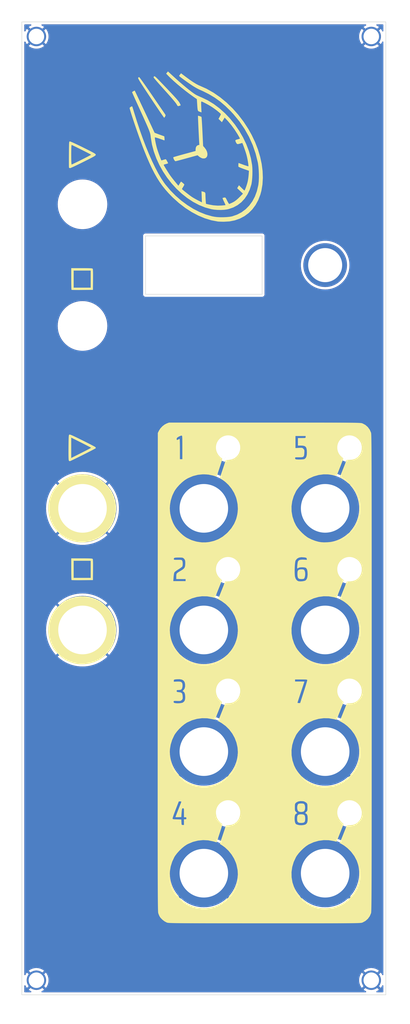
<source format=kicad_pcb>
(kicad_pcb (version 20211014) (generator pcbnew)
  (layers (0 "F.Cu" signal) (31 "B.Cu" signal) (34 "B.Paste" user) (35 "F.Paste" user) (36 "B.SilkS" user "B.Silkscreen") (37 "F.SilkS" user "F.Silkscreen") (38 "B.Mask" user) (39 "F.Mask" user) (44 "Edge.Cuts" user))
  (net 0 "")
  (net 1 "GND")
  (footprint "Kosmo_panel:Kosmo_LED_Hole" (layer "F.Cu") (at 467.5 162.5)
    (fp_text reference "H8" hide)
    (fp_text value "Led_Hole" hide)
    (pad "" np_thru_hole circle (at 0 0) (size 5 5) (drill 5) (layers F&B.Cu *.Mask))
  )
  (footprint "Kosmo_panel:Kosmo_LED_Hole" (layer "F.Cu") (at 442.5 87.5)
    (fp_text reference "H15" hide)
    (fp_text value "Led_Hole" hide)
    (pad "" np_thru_hole circle (at 0 0) (size 5 5) (drill 5) (layers F&B.Cu *.Mask))
  )
  (footprint "Kosmo_panel:Kosmo_Panel_Mounting_Hole" (layer "F.Cu") (at 403 197)
    (fp_text reference "H1" hide)
    (fp_text value "Mounting_Hole" hide)
    (pad "1" thru_hole circle (at 0 0) (size 4 4) (drill 3.2) (layers *.Cu *.Mask) (net 1 "GND"))
  )
  (footprint "Kosmo_panel:Kosmo_Jack_Hole" (layer "F.Cu") (at 462.5 100)
    (fp_text reference "H11" hide)
    (fp_text value "Jack_Hole" hide)
    (pad "1" thru_hole circle (at 0 0) (size 14 14) (drill 10) (layers *.Cu *.Mask) (net 1 "GND"))
  )
  (footprint "Kosmo_panel:Kosmo_LED_Hole" (layer "F.Cu") (at 442.5 162.5)
    (fp_text reference "H22" hide)
    (fp_text value "Led_Hole" hide)
    (pad "" np_thru_hole circle (at 0 0) (size 5 5) (drill 5) (layers F&B.Cu *.Mask))
  )
  (footprint "Kosmo_panel:Kosmo_Panel_Mounting_Hole" (layer "F.Cu") (at 403 3)
    (fp_text reference "H2" hide)
    (fp_text value "Mounting_Hole" hide)
    (pad "1" thru_hole circle (at 0 0) (size 4 4) (drill 3.2) (layers *.Cu *.Mask) (net 1 "GND"))
  )
  (footprint "Kosmo_panel:Kosmo_Jack_Hole" (layer "F.Cu") (at 462.5 125)
    (fp_text reference "H3" hide)
    (fp_text value "Jack_Hole" hide)
    (pad "1" thru_hole circle (at 0 0) (size 14 14) (drill 10) (layers *.Cu *.Mask) (net 1 "GND"))
  )
  (footprint "Kosmo_panel:Kosmo_LED_Hole" (layer "F.Cu") (at 442.5 112.5)
    (fp_text reference "H9" hide)
    (fp_text value "Led_Hole" hide)
    (pad "" np_thru_hole circle (at 0 0) (size 5 5) (drill 5) (layers F&B.Cu *.Mask))
  )
  (footprint "Kosmo_panel:Kosmo_Illum_Switch" (layer "F.Cu") (at 412.5 37.5)
    (fp_text reference "H27" (at 0.254 -1.778 unlocked) (layer "F.SilkS"))
    (fp_text value "Push_Button_Hole")
    (pad "" np_thru_hole circle (at 0 0) (size 9.2 9.2) (drill 9.2) (layers F&B.Cu *.Mask))
  )
  (footprint "Kosmo_panel:Kosmo_LED_Hole" (layer "F.Cu") (at 467.5 137.5)
    (fp_text reference "H10" hide)
    (fp_text value "Led_Hole" hide)
    (pad "" np_thru_hole circle (at 0 0) (size 5 5) (drill 5) (layers F&B.Cu *.Mask))
  )
  (footprint "Kosmo_panel:Kosmo_LED_Hole" (layer "F.Cu") (at 467.5 87.5)
    (fp_text reference "H21" hide)
    (fp_text value "Led_Hole" hide)
    (pad "" np_thru_hole circle (at 0 0) (size 5 5) (drill 5) (layers F&B.Cu *.Mask))
  )
  (footprint "Kosmo_panel:Kosmo_Jack_Hole" (layer "F.Cu") (at 437.5 100)
    (fp_text reference "H13" hide)
    (fp_text value "Jack_Hole" hide)
    (pad "1" thru_hole circle (at 0 0) (size 14 14) (drill 10) (layers *.Cu *.Mask) (net 1 "GND"))
  )
  (footprint "Kosmo_panel:Kosmo_Panel_Mounting_Hole" (layer "F.Cu") (at 472 197)
    (fp_text reference "H20" hide)
    (fp_text value "Mounting_Hole" hide)
    (pad "1" thru_hole circle (at 0 0) (size 4 4) (drill 3.2) (layers *.Cu *.Mask) (net 1 "GND"))
  )
  (footprint "Kosmo_panel:Kosmo_Jack_Hole" (layer "F.Cu") (at 437.5 125)
    (fp_text reference "H12" hide)
    (fp_text value "Jack_Hole" hide)
    (pad "1" thru_hole circle (at 0 0) (size 14 14) (drill 10) (layers *.Cu *.Mask) (net 1 "GND"))
  )
  (footprint "Kosmo_panel:Kosmo_Panel_Mounting_Hole" (layer "F.Cu") (at 472 3)
    (fp_text reference "H19" hide)
    (fp_text value "Mounting_Hole" hide)
    (pad "1" thru_hole circle (at 0 0) (size 4 4) (drill 3.2) (layers *.Cu *.Mask) (net 1 "GND"))
  )
  (footprint "Kosmo_panel:Kosmo_Jack_Hole" (layer "F.Cu") (at 462.5 175)
    (fp_text reference "H5" hide)
    (fp_text value "Jack_Hole" hide)
    (pad "1" thru_hole circle (at 0 0) (size 14 14) (drill 10) (layers *.Cu *.Mask) (net 1 "GND"))
  )
  (footprint "PanelGraphics:Tin" (layer "F.Cu") (at 437.5 100)
    (fp_text reference "REF**" hide)
    (fp_text value "Tin")
  )
  (footprint "Kosmo_panel:Kosmo_Illum_Switch" (layer "F.Cu") (at 412.5 62.5)
    (fp_text reference "H23" (at 0.254 -1.778 unlocked) (layer "F.SilkS"))
    (fp_text value "Push_Button_Hole")
    (pad "" np_thru_hole circle (at 0 0) (size 9.2 9.2) (drill 9.2) (layers F&B.Cu *.Mask))
  )
  (footprint "Kosmo_panel:Kosmo_LED_Hole" (layer "F.Cu") (at 442.5 137.5)
    (fp_text reference "H14" hide)
    (fp_text value "Led_Hole" hide)
    (pad "" np_thru_hole circle (at 0 0) (size 5 5) (drill 5) (layers F&B.Cu *.Mask))
  )
  (footprint "Kosmo_panel:Kosmo_Jack_Hole" (layer "F.Cu") (at 462.5 150)
    (fp_text reference "H7" hide)
    (fp_text value "Jack_Hole" hide)
    (pad "1" thru_hole circle (at 0 0) (size 14 14) (drill 10) (layers *.Cu *.Mask) (net 1 "GND"))
  )
  (footprint "PanelGraphics:Silkscreen" (layer "F.Cu") (at 437.5 100)
    (fp_text reference "REF**" hide)
    (fp_text value "Silkscreen")
  )
  (footprint "Kosmo_panel:Kosmo_Jack_Hole" (layer "F.Cu") (at 412.5 100)
    (fp_text reference "H16" hide)
    (fp_text value "Jack_Hole" hide)
    (pad "1" thru_hole circle (at 0 0) (size 14 14) (drill 10) (layers *.Cu *.Mask) (net 1 "GND"))
  )
  (footprint "Kosmo_panel:Kosmo_Jack_Hole" (layer "F.Cu") (at 437.5 175)
    (fp_text reference "H4" hide)
    (fp_text value "Jack_Hole" hide)
    (pad "1" thru_hole circle (at 0 0) (size 14 14) (drill 10) (layers *.Cu *.Mask) (net 1 "GND"))
  )
  (footprint "Kosmo_panel:Kosmo_Jack_Hole" (layer "F.Cu") (at 437.5 150)
    (fp_text reference "H6" hide)
    (fp_text value "Jack_Hole" hide)
    (pad "1" thru_hole circle (at 0 0) (size 14 14) (drill 10) (layers *.Cu *.Mask) (net 1 "GND"))
  )
  (footprint "Kosmo_panel:Kosmo_Pot_Hole" (layer "F.Cu") (at 462.5 50)
    (fp_text reference "H24" hide)
    (fp_text value "Pot_Hole")
    (pad "1" thru_hole circle locked (at 0 0) (size 9 9) (drill 7) (layers *.Cu *.Mask))
  )
  (footprint "Kosmo_panel:Kosmo_LED_Hole" (layer "F.Cu") (at 467.5 112.5)
    (fp_text reference "H17" hide)
    (fp_text value "Led_Hole" hide)
    (pad "" np_thru_hole circle (at 0 0) (size 5 5) (drill 5) (layers F&B.Cu *.Mask))
  )
  (footprint "Kosmo_panel:Kosmo_Jack_Hole" (layer "F.Cu") (at 412.5 125)
    (fp_text reference "H18" hide)
    (fp_text value "Jack_Hole" hide)
    (pad "1" thru_hole circle (at 0 0) (size 14 14) (drill 10) (layers *.Cu *.Mask) (net 1 "GND"))
  )
  (gr_rect (start 425.5 44) (end 449.5 56) (layer "Edge.Cuts") (width 0.1) (fill none))
  (gr_rect (start 400 0) (end 475 200) (layer "Edge.Cuts") (width 0.1) (fill none))
  (zone (net 1) (net_name "GND") (layers F&B.Cu) (connect_pads (clearance 0.508)) (min_thickness 0.254) (fill yes (thermal_gap 0.508) (thermal_bridge_width 0.508))
    (polygon (pts (xy 480 204) (xy 395.5 206) (xy 395.5 -4.5) (xy 480 -4.5)))
  )
)
</source>
